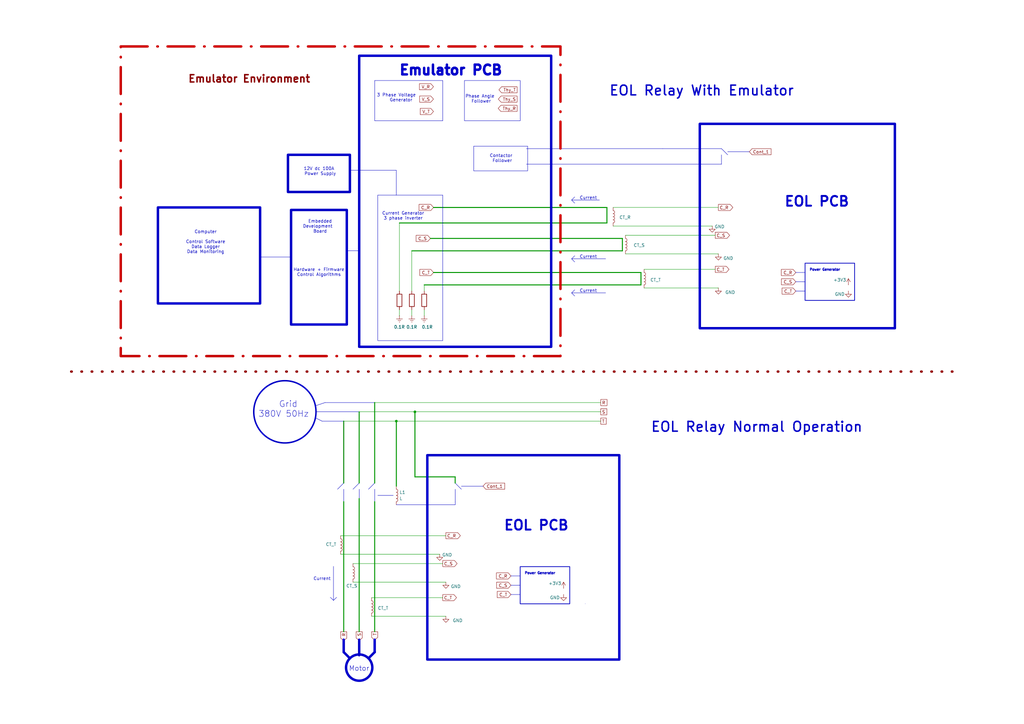
<source format=kicad_sch>
(kicad_sch (version 20250114) (generator "eeschema") (generator_version "9.0")
  (paper "A3")
  (title_block (title "EOL Relay Principle") (date "2025-09-04"))
  (lib_symbols
    (symbol "Device:L" (pin_numbers (hide yes)) (pin_names (offset 1.016) (hide yes))
      (property "Reference" "L" (at -1.27 0 90))
      (property "Value" "L" (at 1.905 0 90))
      (symbol "L_0_1"
        (arc (start 0 2.54) (mid 0.6323 1.905) (end 0 1.27))
        (arc (start 0 1.27) (mid 0.6323 0.635) (end 0 0))
        (arc (start 0 0) (mid 0.6323 -0.635) (end 0 -1.27))
        (arc (start 0 -1.27) (mid 0.6323 -1.905) (end 0 -2.54))
      )
      (symbol "L_1_1"
        (pin passive line (at 0 3.81 270) (length 1.27) (name "1") (number "1"))
        (pin passive line (at 0 -3.81 90) (length 1.27) (name "2") (number "2"))
      )
    )
    (symbol "Device:R" (pin_numbers (hide yes)) (pin_names (offset 0))
      (property "Reference" "R" (at 2.032 0 90))
      (property "Value" "R" (at 0 0 90))
      (symbol "R_0_1"
        (rectangle (start -1.016 -2.54) (end 1.016 2.54) (stroke (width 0.254)))
      )
      (symbol "R_1_1"
        (pin passive line (at 0 3.81 270) (length 1.27) (name "~") (number "1"))
        (pin passive line (at 0 -3.81 90) (length 1.27) (name "~") (number "2"))
      )
    )
    (symbol "power:+3V3" (power) (pin_numbers (hide yes)) (pin_names (offset 0) (hide yes))
      (property "Value" "+3V3" (at 0 3.556 0))
      (symbol "+3V3_0_1"
        (polyline (pts (xy -0.762 1.27) (xy 0 2.54)))
        (polyline (pts (xy 0 2.54) (xy 0.762 1.27)))
        (polyline (pts (xy 0 0) (xy 0 2.54)))
      )
      (symbol "+3V3_1_1"
        (pin power_in line (at 0 0 90) (length 0) (name "~") (number "1"))
      )
    )
    (symbol "power:GND" (power) (pin_numbers (hide yes)) (pin_names (offset 0) (hide yes))
      (property "Value" "GND" (at 0 -3.81 0))
      (symbol "GND_0_1"
        (polyline (pts (xy 0 0) (xy 0 -1.27) (xy 1.27 -1.27) (xy 0 -2.54) (xy -1.27 -1.27) (xy 0 -1.27)))
      )
      (symbol "GND_1_1"
        (pin power_in line (at 0 0 270) (length 0) (name "~") (number "1"))
      )
    )
    (symbol "power:GNDREF" (power) (pin_numbers (hide yes)) (pin_names (offset 0) (hide yes))
      (property "Value" "GNDREF" (at 0 -3.81 0))
      (symbol "GNDREF_0_1"
        (polyline (pts (xy -0.635 -1.905) (xy 0.635 -1.905)))
        (polyline (pts (xy -0.127 -2.54) (xy 0.127 -2.54)))
        (polyline (pts (xy 0 -1.27) (xy 0 0)))
        (polyline (pts (xy 1.27 -1.27) (xy -1.27 -1.27)))
      )
      (symbol "GNDREF_1_1"
        (pin power_in line (at 0 0 270) (length 0) (name "~") (number "1"))
      )
    )
  )
  (rectangle (start 190.5 33.02) (end 213.36 49.53))
  (rectangle (start 194.31 59.944) (end 216.408 70.104))
  (rectangle (start 64.77 85.09) (end 106.68 124.46) (stroke (width 1)))
  (rectangle (start 49.53 19.05) (end 229.87 146.05) (stroke (width 1) (type dash_dot) (color 194 0 0 1)))
  (rectangle (start 175.26 186.69) (end 254 270.51) (stroke (width 1)))
  (rectangle (start 153.67 33.02) (end 181.61 49.53))
  (rectangle (start 213.36 232.41) (end 233.68 247.65) (stroke (width 0.3)))
  (rectangle (start 154.94 80.01) (end 181.61 139.7))
  (rectangle (start 240.03 247.65) (end 240.03 247.65))
  (rectangle (start 118.11 63.5) (end 143.51 78.74) (stroke (width 1)))
  (circle (center 147.32 273.812) (radius 5.3882) (stroke (width 1)))
  (circle (center 116.84 168.91) (radius 12.7633) (stroke (width 0.6)))
  (rectangle (start 147.32 22.86) (end 226.06 142.24) (stroke (width 1)))
  (rectangle (start 330.2 107.95) (end 350.52 123.19) (stroke (width 0.3)))
  (rectangle (start 119.38 86.106) (end 142.24 133.096) (stroke (width 1)))
  (rectangle (start 287.02 50.8) (end 367.03 134.62) (stroke (width 1)))
  (text "EOL Relay Normal Operation" (at 310.388 175.26 0) (effects (font (size 4 4) (thickness 0.6) (bold yes))))
  (text "Current" (at 132.08 237.49 0) (effects (font (size 1.27 1.27))))
  (text "Emulator PCB" (at 184.912 28.956 0) (effects (font (size 4 4) (thickness 1) (bold yes))))
  (text "Current" (at 241.3 119.38 0) (effects (font (size 1.27 1.27))))
  (text "Current" (at 241.3 105.41 0) (effects (font (size 1.27 1.27))))
  (text "12V dc 100A \nPower Supply" (at 131.318 70.358 0) (effects (font (size 1.27 1.27))))
  (text "EOL PCB" (at 335.026 82.804 0) (effects (font (size 4 4) (thickness 0.8) (bold yes))))
  (text "Contactor \nFollower" (at 205.994 65.024 0) (effects (font (size 1.27 1.27))))
  (text "Motor" (at 147.32 274.32 0) (effects (font (size 2 2))))
  (text "  Grid\n380V 50Hz" (at 116.332 167.894 0) (effects (font (size 2.5 2.5))))
  (text "Current" (at 241.3 81.28 0) (effects (font (size 1.27 1.27))))
  (text "Computer\n\nControl Software\nData Logger\nData Monitoring" (at 84.328 99.314 0) (effects (font (size 1.27 1.27))))
  (text " Emulator Environment" (at 101.092 32.512 0) (effects (font (size 3 3) (thickness 0.6) (bold yes))))
  (text "Power Generator" (at 338.328 110.744 0) (effects (font (size 1 1) (thickness 0.8) (bold yes))))
  (text "Power Generator" (at 221.488 235.204 0) (effects (font (size 1 1) (thickness 0.8) (bold yes))))
  (text "\nHardware + Firmware\nControl Algorithms\n\n" (at 130.81 111.76 0) (effects (font (size 1.27 1.27))))
  (text "Phase Angle\n Follower" (at 196.85 40.64 0) (effects (font (size 1.27 1.27))))
  (text "Current Generator\n3 phase inverter" (at 165.354 88.646 0) (effects (font (size 1.27 1.27))))
  (text "EOL Relay With Emulator" (at 287.782 37.338 0) (effects (font (size 4 4) (thickness 0.6) (bold yes))))
  (text "EOL PCB" (at 219.964 215.646 0) (effects (font (size 4 4) (thickness 0.8) (bold yes))))
  (text " 3 Phase Voltage \n    Generator" (at 162.56 40.132 0) (effects (font (size 1.27 1.27))))
  (text "  Embedded\nDevelopment\n  Board" (at 130.302 92.964 0) (effects (font (size 1.27 1.27))))
  (junction (at 162.56 172.72))
  (junction (at 170.18 168.91))
  (polyline (pts (xy 151.13 270.002) (xy 153.67 267.462)) (stroke (width 1) (type solid)))
  (wire (pts (xy 163.83 129.54) (xy 163.83 127)))
  (polyline (pts (xy 144.78 200.66) (xy 147.32 198.12)))
  (wire (pts (xy 251.46 85.09) (xy 294.64 85.09)))
  (polyline (pts (xy 140.97 172.72) (xy 132.08 172.72)))
  (wire (pts (xy 153.67 165.1) (xy 246.38 165.1)))
  (wire (pts (xy 255.27 97.79) (xy 255.27 102.87)) (stroke (width 0.4)))
  (polyline (pts (xy 234.442 120.142) (xy 248.412 120.142)))
  (polyline (pts (xy 215.9 60.96) (xy 271.78 60.96)))
  (wire (pts (xy 139.7 219.71) (xy 182.88 219.71)))
  (wire (pts (xy 147.32 168.91) (xy 170.18 168.91)))
  (wire (pts (xy 170.18 168.91) (xy 246.38 168.91)))
  (wire (pts (xy 152.4 245.11) (xy 181.61 245.11)))
  (polyline (pts (xy 186.69 205.74) (xy 186.69 207.01)))
  (polyline (pts (xy 234.442 106.172) (xy 248.412 106.172)))
  (polyline (pts (xy 151.13 200.66) (xy 153.67 198.12)))
  (polyline (pts (xy 234.442 106.172) (xy 235.712 107.442)))
  (wire (pts (xy 168.91 129.54) (xy 168.91 127)))
  (polyline (pts (xy 189.23 199.39) (xy 198.12 199.39)))
  (wire (pts (xy 144.78 231.14) (xy 181.61 231.14)))
  (wire (pts (xy 248.92 85.09) (xy 248.92 91.44)) (stroke (width 0.4)))
  (polyline (pts (xy 143.51 270.002) (xy 140.97 267.462)) (stroke (width 1) (type solid)))
  (polyline (pts (xy 326.39 119.38) (xy 330.2 119.38)))
  (polyline (pts (xy 140.97 200.66) (xy 140.97 205.74)))
  (polyline (pts (xy 136.779 246.253) (xy 138.049 244.983)))
  (polyline (pts (xy 271.78 60.96) (xy 295.91 60.96)))
  (polyline (pts (xy 136.779 246.253) (xy 135.509 244.983)))
  (polyline (pts (xy 153.67 165.1) (xy 133.35 165.1)))
  (polyline (pts (xy 298.45 63.5) (xy 295.91 60.96)))
  (polyline (pts (xy 136.779 246.253) (xy 136.779 232.283)))
  (polyline (pts (xy 186.69 200.66) (xy 186.69 205.74)))
  (wire (pts (xy 256.54 104.14) (xy 294.64 104.14)))
  (wire (pts (xy 29.21 152.4) (xy 393.7 152.4)) (stroke (width 1) (type dot) (color 132 0 0 1)))
  (polyline (pts (xy 234.442 82.042) (xy 235.712 83.312)))
  (wire (pts (xy 162.56 172.72) (xy 246.38 172.72)))
  (polyline (pts (xy 209.55 240.03) (xy 213.36 240.03)))
  (wire (pts (xy 176.53 97.79) (xy 255.27 97.79)) (stroke (width 0.4)))
  (polyline (pts (xy 154.94 203.2) (xy 161.29 203.2)))
  (polyline (pts (xy 143.51 69.85) (xy 162.56 69.85)))
  (wire (pts (xy 163.83 91.44) (xy 248.92 91.44)) (stroke (width 0.4)))
  (polyline (pts (xy 138.43 200.66) (xy 140.97 198.12)))
  (wire (pts (xy 140.97 205.74) (xy 140.97 259.08)) (stroke (width 0.4)))
  (wire (pts (xy 168.91 102.87) (xy 168.91 119.38)))
  (wire (pts (xy 170.18 168.91) (xy 170.18 195.58)) (stroke (width 0.4)))
  (polyline (pts (xy 140.97 262.382) (xy 140.97 267.462)) (stroke (width 1) (type solid)))
  (wire (pts (xy 144.78 238.76) (xy 182.88 238.76)))
  (wire (pts (xy 168.91 102.87) (xy 255.27 102.87)) (stroke (width 0.4)))
  (wire (pts (xy 153.67 205.74) (xy 153.67 259.08)) (stroke (width 0.4)))
  (polyline (pts (xy 162.56 69.85) (xy 162.56 80.01)))
  (wire (pts (xy 262.89 116.84) (xy 262.89 111.76)) (stroke (width 0.4)))
  (wire (pts (xy 147.32 204.47) (xy 147.32 259.08)) (stroke (width 0.4)))
  (polyline (pts (xy 326.39 111.76) (xy 330.2 111.76)))
  (polyline (pts (xy 153.67 262.382) (xy 153.67 267.462)) (stroke (width 1) (type solid)))
  (polyline (pts (xy 147.32 262.382) (xy 147.32 268.732)) (stroke (width 1) (type solid)))
  (polyline (pts (xy 234.442 82.042) (xy 245.872 82.042)))
  (polyline (pts (xy 189.23 200.66) (xy 186.69 198.12)))
  (wire (pts (xy 177.8 85.09) (xy 248.92 85.09)) (stroke (width 0.4)))
  (wire (pts (xy 163.83 91.44) (xy 163.83 119.38)))
  (polyline (pts (xy 209.55 236.22) (xy 213.36 236.22)))
  (wire (pts (xy 152.4 252.73) (xy 182.88 252.73)))
  (polyline (pts (xy 209.55 243.84) (xy 213.36 243.84)))
  (polyline (pts (xy 147.32 200.66) (xy 147.32 205.74)))
  (wire (pts (xy 162.56 172.72) (xy 162.56 199.39)) (stroke (width 0.4)))
  (wire (pts (xy 173.99 116.84) (xy 262.89 116.84)) (stroke (width 0.4)))
  (polyline (pts (xy 142.24 102.87) (xy 147.32 102.87)))
  (wire (pts (xy 139.7 227.33) (xy 180.34 227.33)))
  (wire (pts (xy 251.46 92.71) (xy 292.1 92.71)))
  (polyline (pts (xy 234.442 120.142) (xy 235.712 121.412)))
  (wire (pts (xy 140.97 172.72) (xy 162.56 172.72)))
  (wire (pts (xy 140.97 172.72) (xy 140.97 198.12)) (stroke (width 0.4) (color 0 132 0 1)))
  (polyline (pts (xy 106.68 105.41) (xy 119.38 105.41)))
  (wire (pts (xy 173.99 116.84) (xy 173.99 119.38)))
  (polyline (pts (xy 162.56 207.01) (xy 186.69 207.01)))
  (polyline (pts (xy 295.91 67.31) (xy 295.91 67.31)))
  (polyline (pts (xy 129.54 166.37) (xy 133.35 165.1)))
  (polyline (pts (xy 234.442 106.172) (xy 235.712 104.902)))
  (polyline (pts (xy 326.39 115.57) (xy 330.2 115.57)))
  (wire (pts (xy 153.67 165.1) (xy 153.67 198.12)) (stroke (width 0.4)))
  (wire (pts (xy 186.69 195.58) (xy 186.69 198.12)) (stroke (width 0.4)))
  (wire (pts (xy 173.99 129.54) (xy 173.99 127)))
  (polyline (pts (xy 298.45 62.23) (xy 307.34 62.23)))
  (polyline (pts (xy 234.442 82.042) (xy 235.712 80.772)))
  (polyline (pts (xy 129.54 171.45) (xy 132.08 172.72)))
  (polyline (pts (xy 234.442 120.142) (xy 235.712 118.872)))
  (polyline (pts (xy 147.32 168.91) (xy 129.54 168.91)))
  (polyline (pts (xy 215.9 67.31) (xy 295.91 67.31)))
  (wire (pts (xy 256.54 96.52) (xy 293.37 96.52)))
  (wire (pts (xy 264.16 110.49) (xy 293.37 110.49)))
  (wire (pts (xy 170.18 195.58) (xy 186.69 195.58)) (stroke (width 0.4)))
  (wire (pts (xy 264.16 118.11) (xy 294.64 118.11)))
  (wire (pts (xy 177.8 111.76) (xy 262.89 111.76)) (stroke (width 0.4)))
  (wire (pts (xy 147.32 168.91) (xy 147.32 198.12)) (stroke (width 0.4)))
  (polyline (pts (xy 295.91 63.5) (xy 295.91 67.31)))
  (polyline (pts (xy 153.67 200.66) (xy 153.67 205.74)))
  (global_label "Thy_T" (shape output) (at 212.09 36.83 180) (property "Intersheetrefs" "${INTERSHEET_REFS}" (effects (hide yes))))
  (global_label "C_R" (shape output) (at 294.64 85.09 0) (property "Intersheetrefs" "${INTERSHEET_REFS}" (effects (hide yes))))
  (global_label "T" (shape output) (at 153.67 259.08 270) (property "Intersheetrefs" "${INTERSHEET_REFS}" (effects (hide yes))))
  (global_label "C_T" (shape output) (at 181.61 245.11 0) (property "Intersheetrefs" "${INTERSHEET_REFS}" (effects (hide yes))))
  (global_label "C_R" (shape output) (at 182.88 219.71 0) (property "Intersheetrefs" "${INTERSHEET_REFS}" (effects (hide yes))))
  (global_label "C_T" (shape input) (at 177.8 111.76 180) (property "Intersheetrefs" "${INTERSHEET_REFS}" (effects (hide yes))))
  (global_label "C_S" (shape input) (at 209.55 240.03 180) (property "Intersheetrefs" "${INTERSHEET_REFS}" (effects (hide yes))))
  (global_label "Cont_1" (shape input) (at 198.12 199.39 0) (property "Intersheetrefs" "${INTERSHEET_REFS}" (effects (hide yes))))
  (global_label "Thy_R" (shape output) (at 212.09 44.45 180) (property "Intersheetrefs" "${INTERSHEET_REFS}" (effects (hide yes))))
  (global_label "C_S" (shape output) (at 293.37 96.52 0) (property "Intersheetrefs" "${INTERSHEET_REFS}" (effects (hide yes))))
  (global_label "V_S" (shape input) (at 177.8 40.64 180) (property "Intersheetrefs" "${INTERSHEET_REFS}" (effects (hide yes))))
  (global_label "V_T" (shape input) (at 177.8 45.72 180) (property "Intersheetrefs" "${INTERSHEET_REFS}" (effects (hide yes))))
  (global_label "C_T" (shape input) (at 326.39 119.38 180) (property "Intersheetrefs" "${INTERSHEET_REFS}" (effects (hide yes))))
  (global_label "C_T" (shape output) (at 293.37 110.49 0) (property "Intersheetrefs" "${INTERSHEET_REFS}" (effects (hide yes))))
  (global_label "S" (shape passive) (at 246.38 168.91 0) (property "Intersheetrefs" "${INTERSHEET_REFS}" (effects (hide yes))))
  (global_label "C_R" (shape input) (at 209.55 236.22 180) (property "Intersheetrefs" "${INTERSHEET_REFS}" (effects (hide yes))))
  (global_label "C_S" (shape output) (at 181.61 231.14 0) (property "Intersheetrefs" "${INTERSHEET_REFS}" (effects (hide yes))))
  (global_label "V_R" (shape input) (at 177.8 35.56 180) (property "Intersheetrefs" "${INTERSHEET_REFS}" (effects (hide yes))))
  (global_label "R" (shape output) (at 140.97 259.08 270) (property "Intersheetrefs" "${INTERSHEET_REFS}" (effects (hide yes))))
  (global_label "C_S" (shape input) (at 326.39 115.57 180) (property "Intersheetrefs" "${INTERSHEET_REFS}" (effects (hide yes))))
  (global_label "Thy_S" (shape output) (at 212.09 40.64 180) (property "Intersheetrefs" "${INTERSHEET_REFS}" (effects (hide yes))))
  (global_label "C_R" (shape input) (at 326.39 111.76 180) (property "Intersheetrefs" "${INTERSHEET_REFS}" (effects (hide yes))))
  (global_label "C_T" (shape input) (at 209.55 243.84 180) (property "Intersheetrefs" "${INTERSHEET_REFS}" (effects (hide yes))))
  (global_label "Cont_1" (shape input) (at 307.34 62.23 0) (property "Intersheetrefs" "${INTERSHEET_REFS}" (effects (hide yes))))
  (global_label "R" (shape passive) (at 246.38 165.1 0) (property "Intersheetrefs" "${INTERSHEET_REFS}" (effects (hide yes))))
  (global_label "S" (shape output) (at 147.32 259.08 270) (property "Intersheetrefs" "${INTERSHEET_REFS}" (effects (hide yes))))
  (global_label "C_S" (shape input) (at 176.53 97.79 180) (property "Intersheetrefs" "${INTERSHEET_REFS}" (effects (hide yes))))
  (global_label "T" (shape passive) (at 246.38 172.72 0) (property "Intersheetrefs" "${INTERSHEET_REFS}" (effects (hide yes))))
  (global_label "C_R" (shape input) (at 177.8 85.09 180) (property "Intersheetrefs" "${INTERSHEET_REFS}" (effects (hide yes))))
  (symbol (lib_id "Device:L") (at 256.54 100.33 0) (unit 1)
    (property "Reference" "CT_S" (at 259.842 100.584 0) (effects (justify left)))
    (property "Description" "Inductor" (effects (hide yes)))
  )
  (symbol (lib_id "Device:L") (at 144.78 234.95 0) (unit 1)
    (property "Reference" "CT_S" (at 141.986 240.284 0) (effects (justify left)))
    (property "Description" "Inductor" (effects (hide yes)))
  )
  (symbol (lib_id "power:+3V3") (at 231.14 241.3 0) (unit 1)
    (property "Reference" "#PWR020" (effects (hide yes)))
    (property "Value" "+3V3" (at 227.584 239.268 0))
    (property "Description" "Power symbol creates a global label with name \"+3V3\"" (effects (hide yes)))
  )
  (symbol (lib_id "power:GND") (at 182.88 252.73 0) (unit 1)
    (property "Reference" "#PWR011" (effects (hide yes)))
    (property "Value" "GND" (at 187.706 254.508 0))
    (property "Description" "Power symbol creates a global label with name \"GND\" , ground" (effects (hide yes)))
  )
  (symbol (lib_id "Device:L") (at 139.7 223.52 0) (unit 1)
    (property "Reference" "CT_T" (at 133.604 223.266 0) (effects (justify left)))
    (property "Description" "Inductor" (effects (hide yes)))
  )
  (symbol (lib_id "Device:L") (at 152.4 248.92 0) (unit 1)
    (property "Reference" "CT_T" (at 154.94 249.428 0) (effects (justify left)))
    (property "Description" "Inductor" (effects (hide yes)))
  )
  (symbol (lib_id "power:GND") (at 231.14 243.84 0) (unit 1)
    (property "Reference" "#PWR019" (effects (hide yes)))
    (property "Value" "GND" (at 227.584 245.11 0))
    (property "Description" "Power symbol creates a global label with name \"GND\" , ground" (effects (hide yes)))
  )
  (symbol (lib_id "power:GNDREF") (at 168.91 129.54 0) (unit 1)
    (property "Reference" "#PWR02" (effects (hide yes)))
    (property "Value" "GNDREF" (effects (hide yes)))
    (property "Description" "Power symbol creates a global label with name \"GNDREF\" , reference supply ground" (effects (hide yes)))
  )
  (symbol (lib_id "Device:R") (at 168.91 123.19 0) (unit 1)
    (property "Reference" "R5" (effects (hide yes)))
    (property "Value" "0.1R" (at 166.624 134.112 0) (effects (justify left)))
    (property "Description" "Resistor" (effects (hide yes)))
  )
  (symbol (lib_id "power:GND") (at 180.34 227.33 0) (unit 1)
    (property "Reference" "#PWR07" (effects (hide yes)))
    (property "Value" "GND" (at 183.388 227.584 0))
    (property "Description" "Power symbol creates a global label with name \"GND\" , ground" (effects (hide yes)))
  )
  (symbol (lib_id "Device:L") (at 251.46 88.9 0) (unit 1)
    (property "Reference" "CT_R" (at 254 89.154 0) (effects (justify left)))
    (property "Description" "Inductor" (effects (hide yes)))
  )
  (symbol (lib_id "Device:L") (at 162.56 203.2 0) (unit 1)
    (property "Reference" "L1" (at 163.83 201.9299 0) (effects (justify left)))
    (property "Value" "L" (at 163.83 204.4699 0) (effects (justify left)))
    (property "Description" "Inductor" (effects (hide yes)))
  )
  (symbol (lib_id "power:+3V3") (at 347.98 116.84 0) (unit 1)
    (property "Reference" "#PWR021" (effects (hide yes)))
    (property "Value" "+3V3" (at 344.424 114.808 0))
    (property "Description" "Power symbol creates a global label with name \"+3V3\"" (effects (hide yes)))
  )
  (symbol (lib_id "power:GNDREF") (at 163.83 129.54 0) (unit 1)
    (property "Reference" "#PWR01" (effects (hide yes)))
    (property "Value" "GNDREF" (effects (hide yes)))
    (property "Description" "Power symbol creates a global label with name \"GNDREF\" , reference supply ground" (effects (hide yes)))
  )
  (symbol (lib_id "Device:R") (at 173.99 123.19 0) (unit 1)
    (property "Reference" "R6" (effects (hide yes)))
    (property "Value" "0.1R" (at 172.974 134.112 0) (effects (justify left)))
    (property "Description" "Resistor" (effects (hide yes)))
  )
  (symbol (lib_id "power:GNDREF") (at 173.99 129.54 0) (unit 1)
    (property "Reference" "#PWR06" (effects (hide yes)))
    (property "Value" "GNDREF" (effects (hide yes)))
    (property "Description" "Power symbol creates a global label with name \"GNDREF\" , reference supply ground" (effects (hide yes)))
  )
  (symbol (lib_id "power:GND") (at 294.64 104.14 0) (unit 1)
    (property "Reference" "#PWR014" (effects (hide yes)))
    (property "Value" "GND" (at 298.704 105.918 0))
    (property "Description" "Power symbol creates a global label with name \"GND\" , ground" (effects (hide yes)))
  )
  (symbol (lib_id "Device:L") (at 264.16 114.3 0) (unit 1)
    (property "Reference" "CT_T" (at 266.7 114.808 0) (effects (justify left)))
    (property "Description" "Inductor" (effects (hide yes)))
  )
  (symbol (lib_id "power:GND") (at 182.88 238.76 0) (unit 1)
    (property "Reference" "#PWR08" (effects (hide yes)))
    (property "Value" "GND" (at 186.944 240.538 0))
    (property "Description" "Power symbol creates a global label with name \"GND\" , ground" (effects (hide yes)))
  )
  (symbol (lib_id "power:GND") (at 347.98 119.38 0) (unit 1)
    (property "Reference" "#PWR022" (effects (hide yes)))
    (property "Value" "GND" (at 344.424 120.65 0))
    (property "Description" "Power symbol creates a global label with name \"GND\" , ground" (effects (hide yes)))
  )
  (symbol (lib_id "Device:R") (at 163.83 123.19 0) (unit 1)
    (property "Reference" "R1" (effects (hide yes)))
    (property "Value" "0.1R" (at 161.544 134.112 0) (effects (justify left)))
    (property "Description" "Resistor" (effects (hide yes)))
  )
  (symbol (lib_id "power:GND") (at 294.64 118.11 0) (unit 1)
    (property "Reference" "#PWR018" (effects (hide yes)))
    (property "Value" "GND" (at 299.466 119.888 0))
    (property "Description" "Power symbol creates a global label with name \"GND\" , ground" (effects (hide yes)))
  )
  (symbol (lib_id "power:GND") (at 292.1 92.71 0) (unit 1)
    (property "Reference" "#PWR013" (effects (hide yes)))
    (property "Value" "GND" (at 295.148 92.964 0))
    (property "Description" "Power symbol creates a global label with name \"GND\" , ground" (effects (hide yes)))
  )
)
</source>
